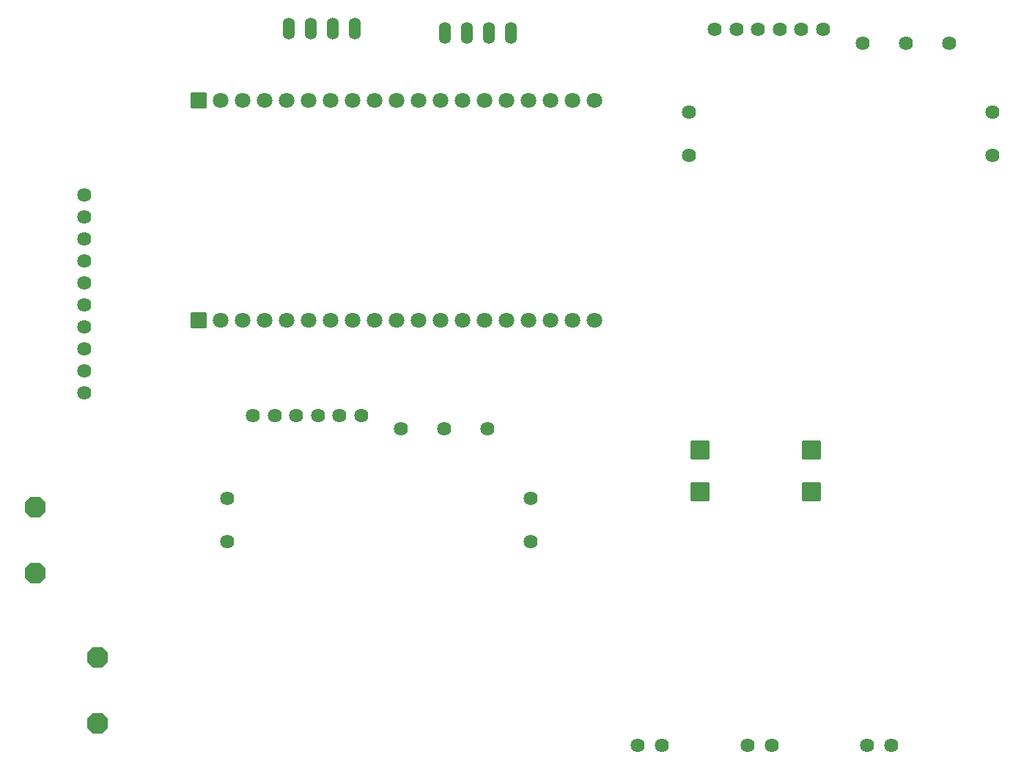
<source format=gbs>
G04 Layer: BottomSolderMaskLayer*
G04 EasyEDA v6.5.15, 2022-09-05 00:32:20*
G04 07c8b65852c84e1a800055945528140b,10*
G04 Gerber Generator version 0.2*
G04 Scale: 100 percent, Rotated: No, Reflected: No *
G04 Dimensions in millimeters *
G04 leading zeros omitted , absolute positions ,4 integer and 5 decimal *
%FSLAX45Y45*%
%MOMM*%

%AMMACRO1*4,1,8,-0.508,-1.2243,-1.2243,-0.508,-1.2243,0.508,-0.508,1.2243,0.508,1.2243,1.2243,0.508,1.2243,-0.508,0.508,-1.2243,-0.508,-1.2243,0*%
%AMMACRO2*1,1,$1,$2,$3*1,1,$1,$4,$5*1,1,$1,0-$2,0-$3*1,1,$1,0-$4,0-$5*20,1,$1,$2,$3,$4,$5,0*20,1,$1,$4,$5,0-$2,0-$3,0*20,1,$1,0-$2,0-$3,0-$4,0-$5,0*20,1,$1,0-$4,0-$5,$2,$3,0*4,1,4,$2,$3,$4,$5,0-$2,0-$3,0-$4,0-$5,$2,$3,0*%
%ADD10MACRO1*%
%ADD11C,1.8016*%
%ADD12MACRO2,0.1016X0.85X0.85X0.85X-0.85*%
%ADD13C,1.6256*%
%ADD14MACRO2,0.2032X-1X1X1X1*%
%ADD15O,1.39954X2.51968*%

%LPD*%
D10*
G01*
X2743200Y-1905000D03*
G01*
X2743200Y-2667000D03*
G01*
X2019299Y-165100D03*
G01*
X2019299Y-927100D03*
D11*
G01*
X4165600Y4533900D03*
G01*
X4419600Y4533900D03*
G01*
X4673600Y4533900D03*
G01*
X4927600Y4533900D03*
G01*
X5181600Y4533900D03*
G01*
X5435600Y4533900D03*
G01*
X5689600Y4533900D03*
G01*
X5943600Y4533900D03*
G01*
X6197600Y4533900D03*
G01*
X6451600Y4533900D03*
G01*
X6705600Y4533900D03*
G01*
X6959600Y4533900D03*
G01*
X7213600Y4533900D03*
G01*
X7467600Y4533900D03*
G01*
X7721600Y4533900D03*
G01*
X4419600Y1993900D03*
G01*
X4673600Y1993900D03*
G01*
X4927600Y1993900D03*
G01*
X5181600Y1993900D03*
G01*
X5435600Y1993900D03*
G01*
X5689600Y1993900D03*
G01*
X5943600Y1993900D03*
G01*
X6197600Y1993900D03*
G01*
X6451600Y1993900D03*
G01*
X6705600Y1993900D03*
G01*
X6959600Y1993900D03*
G01*
X7213600Y1993900D03*
G01*
X7467600Y1993900D03*
G01*
X7721600Y1993900D03*
G01*
X4165600Y1993900D03*
G01*
X7975600Y4533900D03*
G01*
X8229600Y4533900D03*
D12*
G01*
X3911600Y4533887D03*
G01*
X3911600Y1993887D03*
D11*
G01*
X7975600Y1993900D03*
G01*
X8229600Y1993900D03*
G01*
X8483600Y4533900D03*
G01*
X8483600Y1993900D03*
D13*
G01*
X4238091Y-64312D03*
G01*
X4238091Y-564311D03*
G01*
X7748092Y-64312D03*
G01*
X7748092Y-564311D03*
G01*
X7248093Y735711D03*
G01*
X6748094Y735711D03*
G01*
X6248095Y735711D03*
G01*
X4538090Y895705D03*
G01*
X4788103Y895705D03*
G01*
X5038090Y895705D03*
G01*
X5288102Y895705D03*
G01*
X5538088Y895705D03*
G01*
X5788101Y895705D03*
G01*
X9572091Y4393387D03*
G01*
X9572091Y3893388D03*
G01*
X13082092Y4393387D03*
G01*
X13082092Y3893388D03*
G01*
X12582093Y5193411D03*
G01*
X12082094Y5193411D03*
G01*
X11582095Y5193411D03*
G01*
X9872090Y5353405D03*
G01*
X10122103Y5353405D03*
G01*
X10372090Y5353405D03*
G01*
X10622102Y5353405D03*
G01*
X10872088Y5353405D03*
G01*
X11122101Y5353405D03*
G01*
X9258300Y-2921000D03*
G01*
X8978900Y-2921000D03*
G01*
X10528300Y-2921000D03*
G01*
X10248900Y-2921000D03*
G01*
X11912600Y-2920994D03*
G01*
X11633200Y-2920994D03*
D14*
G01*
X10985500Y12700D03*
G01*
X10985500Y495300D03*
G01*
X9702800Y495300D03*
G01*
X9702800Y12700D03*
D13*
G01*
X2590800Y2171700D03*
G01*
X2590800Y1917700D03*
G01*
X2590800Y1663700D03*
G01*
X2590800Y1409700D03*
G01*
X2590800Y1155700D03*
G01*
X2590800Y2425700D03*
G01*
X2590800Y2679700D03*
G01*
X2590800Y2933700D03*
G01*
X2590800Y3187700D03*
G01*
X2590800Y3441700D03*
D15*
G01*
X6756400Y5308600D03*
G01*
X7010400Y5308600D03*
G01*
X7264400Y5308600D03*
G01*
X7518400Y5308600D03*
G01*
X4953000Y5359400D03*
G01*
X5207000Y5359400D03*
G01*
X5461000Y5359400D03*
G01*
X5715000Y5359400D03*
M02*

</source>
